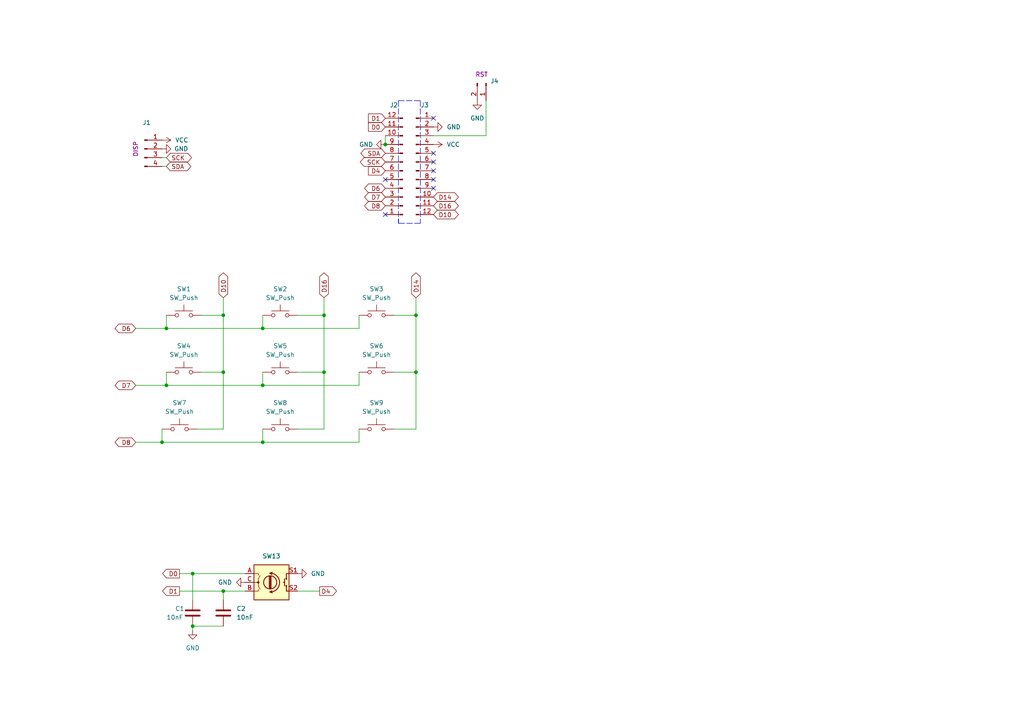
<source format=kicad_sch>
(kicad_sch (version 20211123) (generator eeschema)
  (paper "A4")
  (title_block (title "AssistantKeyboard") (date "2022-03-13") (rev "1.0"))
  (lib_symbols
    (symbol "Connector:Conn_01x02_Male" (pin_names (offset 1.016) hide)
      (property "Reference" "J" (at 0 2.54 0))
      (property "Value" "Conn_01x02_Male" (at 0 -5.08 0))
      (symbol "Conn_01x02_Male_1_1"
        (polyline (pts (xy 1.27 -2.54) (xy 0.8636 -2.54)) (stroke (width 0.1524)))
        (polyline (pts (xy 1.27 0) (xy 0.8636 0)) (stroke (width 0.1524)))
        (rectangle (start 0.8636 -2.413) (end 0 -2.667) (stroke (width 0.1524)) (fill (type outline)))
        (rectangle (start 0.8636 0.127) (end 0 -0.127) (stroke (width 0.1524)) (fill (type outline)))
        (pin passive line (at 5.08 0 180) (length 3.81) (name "Pin_1") (number "1"))
        (pin passive line (at 5.08 -2.54 180) (length 3.81) (name "Pin_2") (number "2"))
      )
    )
    (symbol "Connector:Conn_01x04_Male" (pin_names (offset 1.016) hide)
      (property "Reference" "J" (at 0 5.08 0))
      (property "Value" "Conn_01x04_Male" (at 0 -7.62 0))
      (symbol "Conn_01x04_Male_1_1"
        (polyline (pts (xy 1.27 -5.08) (xy 0.8636 -5.08)) (stroke (width 0.1524)))
        (polyline (pts (xy 1.27 -2.54) (xy 0.8636 -2.54)) (stroke (width 0.1524)))
        (polyline (pts (xy 1.27 0) (xy 0.8636 0)) (stroke (width 0.1524)))
        (polyline (pts (xy 1.27 2.54) (xy 0.8636 2.54)) (stroke (width 0.1524)))
        (rectangle (start 0.8636 -4.953) (end 0 -5.207) (stroke (width 0.1524)) (fill (type outline)))
        (rectangle (start 0.8636 -2.413) (end 0 -2.667) (stroke (width 0.1524)) (fill (type outline)))
        (rectangle (start 0.8636 0.127) (end 0 -0.127) (stroke (width 0.1524)) (fill (type outline)))
        (rectangle (start 0.8636 2.667) (end 0 2.413) (stroke (width 0.1524)) (fill (type outline)))
        (pin passive line (at 5.08 2.54 180) (length 3.81) (name "Pin_1") (number "1"))
        (pin passive line (at 5.08 0 180) (length 3.81) (name "Pin_2") (number "2"))
        (pin passive line (at 5.08 -2.54 180) (length 3.81) (name "Pin_3") (number "3"))
        (pin passive line (at 5.08 -5.08 180) (length 3.81) (name "Pin_4") (number "4"))
      )
    )
    (symbol "Connector:Conn_01x12_Male" (pin_names (offset 1.016) hide)
      (property "Reference" "J" (at 0 15.24 0))
      (property "Value" "Conn_01x12_Male" (at 0 -17.78 0))
      (symbol "Conn_01x12_Male_1_1"
        (polyline (pts (xy 1.27 -15.24) (xy 0.8636 -15.24)) (stroke (width 0.1524)))
        (polyline (pts (xy 1.27 -12.7) (xy 0.8636 -12.7)) (stroke (width 0.1524)))
        (polyline (pts (xy 1.27 -10.16) (xy 0.8636 -10.16)) (stroke (width 0.1524)))
        (polyline (pts (xy 1.27 -7.62) (xy 0.8636 -7.62)) (stroke (width 0.1524)))
        (polyline (pts (xy 1.27 -5.08) (xy 0.8636 -5.08)) (stroke (width 0.1524)))
        (polyline (pts (xy 1.27 -2.54) (xy 0.8636 -2.54)) (stroke (width 0.1524)))
        (polyline (pts (xy 1.27 0) (xy 0.8636 0)) (stroke (width 0.1524)))
        (polyline (pts (xy 1.27 2.54) (xy 0.8636 2.54)) (stroke (width 0.1524)))
        (polyline (pts (xy 1.27 5.08) (xy 0.8636 5.08)) (stroke (width 0.1524)))
        (polyline (pts (xy 1.27 7.62) (xy 0.8636 7.62)) (stroke (width 0.1524)))
        (polyline (pts (xy 1.27 10.16) (xy 0.8636 10.16)) (stroke (width 0.1524)))
        (polyline (pts (xy 1.27 12.7) (xy 0.8636 12.7)) (stroke (width 0.1524)))
        (rectangle (start 0.8636 -15.113) (end 0 -15.367) (stroke (width 0.1524)) (fill (type outline)))
        (rectangle (start 0.8636 -12.573) (end 0 -12.827) (stroke (width 0.1524)) (fill (type outline)))
        (rectangle (start 0.8636 -10.033) (end 0 -10.287) (stroke (width 0.1524)) (fill (type outline)))
        (rectangle (start 0.8636 -7.493) (end 0 -7.747) (stroke (width 0.1524)) (fill (type outline)))
        (rectangle (start 0.8636 -4.953) (end 0 -5.207) (stroke (width 0.1524)) (fill (type outline)))
        (rectangle (start 0.8636 -2.413) (end 0 -2.667) (stroke (width 0.1524)) (fill (type outline)))
        (rectangle (start 0.8636 0.127) (end 0 -0.127) (stroke (width 0.1524)) (fill (type outline)))
        (rectangle (start 0.8636 2.667) (end 0 2.413) (stroke (width 0.1524)) (fill (type outline)))
        (rectangle (start 0.8636 5.207) (end 0 4.953) (stroke (width 0.1524)) (fill (type outline)))
        (rectangle (start 0.8636 7.747) (end 0 7.493) (stroke (width 0.1524)) (fill (type outline)))
        (rectangle (start 0.8636 10.287) (end 0 10.033) (stroke (width 0.1524)) (fill (type outline)))
        (rectangle (start 0.8636 12.827) (end 0 12.573) (stroke (width 0.1524)) (fill (type outline)))
        (pin passive line (at 5.08 12.7 180) (length 3.81) (name "Pin_1") (number "1"))
        (pin passive line (at 5.08 -10.16 180) (length 3.81) (name "Pin_10") (number "10"))
        (pin passive line (at 5.08 -12.7 180) (length 3.81) (name "Pin_11") (number "11"))
        (pin passive line (at 5.08 -15.24 180) (length 3.81) (name "Pin_12") (number "12"))
        (pin passive line (at 5.08 10.16 180) (length 3.81) (name "Pin_2") (number "2"))
        (pin passive line (at 5.08 7.62 180) (length 3.81) (name "Pin_3") (number "3"))
        (pin passive line (at 5.08 5.08 180) (length 3.81) (name "Pin_4") (number "4"))
        (pin passive line (at 5.08 2.54 180) (length 3.81) (name "Pin_5") (number "5"))
        (pin passive line (at 5.08 0 180) (length 3.81) (name "Pin_6") (number "6"))
        (pin passive line (at 5.08 -2.54 180) (length 3.81) (name "Pin_7") (number "7"))
        (pin passive line (at 5.08 -5.08 180) (length 3.81) (name "Pin_8") (number "8"))
        (pin passive line (at 5.08 -7.62 180) (length 3.81) (name "Pin_9") (number "9"))
      )
    )
    (symbol "Device:C" (pin_numbers hide) (pin_names (offset 0.254))
      (property "Reference" "C" (at 0.635 2.54 0))
      (property "Value" "C" (at 0.635 -2.54 0))
      (symbol "C_0_1"
        (polyline (pts (xy -2.032 -0.762) (xy 2.032 -0.762)) (stroke (width 0.508)))
        (polyline (pts (xy -2.032 0.762) (xy 2.032 0.762)) (stroke (width 0.508)))
      )
      (symbol "C_1_1"
        (pin passive line (at 0 3.81 270) (length 2.794) (name "~") (number "1"))
        (pin passive line (at 0 -3.81 90) (length 2.794) (name "~") (number "2"))
      )
    )
    (symbol "Device:RotaryEncoder_Switch" (pin_names (offset 0.254) hide)
      (property "Reference" "SW" (at 0 6.604 0))
      (property "Value" "RotaryEncoder_Switch" (at 0 -6.604 0))
      (symbol "RotaryEncoder_Switch_0_1"
        (rectangle (start -5.08 5.08) (end 5.08 -5.08) (stroke (width 0.254)) (fill (type background)))
        (circle (center -3.81 0) (radius 0.254) (fill (type outline)))
        (arc (start -0.381 -2.794) (mid 2.3622 -0.0635) (end -0.381 2.667) (stroke (width 0.254)))
        (circle (center -0.381 0) (radius 1.905) (stroke (width 0.254)))
        (polyline (pts (xy -0.635 -1.778) (xy -0.635 1.778)) (stroke (width 0.254)))
        (polyline (pts (xy -0.381 -1.778) (xy -0.381 1.778)) (stroke (width 0.254)))
        (polyline (pts (xy -0.127 1.778) (xy -0.127 -1.778)) (stroke (width 0.254)))
        (polyline (pts (xy 3.81 0) (xy 3.429 0)) (stroke (width 0.254)))
        (polyline (pts (xy 3.81 1.016) (xy 3.81 -1.016)) (stroke (width 0.254)))
        (polyline (pts (xy -5.08 -2.54) (xy -3.81 -2.54) (xy -3.81 -2.032)))
        (polyline (pts (xy -5.08 2.54) (xy -3.81 2.54) (xy -3.81 2.032)))
        (polyline (pts (xy 0.254 -3.048) (xy -0.508 -2.794) (xy 0.127 -2.413)) (stroke (width 0.254)))
        (polyline (pts (xy 0.254 2.921) (xy -0.508 2.667) (xy 0.127 2.286)) (stroke (width 0.254)))
        (polyline (pts (xy 5.08 -2.54) (xy 4.318 -2.54) (xy 4.318 -1.016)) (stroke (width 0.254)))
        (polyline (pts (xy 5.08 2.54) (xy 4.318 2.54) (xy 4.318 1.016)) (stroke (width 0.254)))
        (polyline (pts (xy -5.08 0) (xy -3.81 0) (xy -3.81 -1.016) (xy -3.302 -2.032)))
        (polyline (pts (xy -4.318 0) (xy -3.81 0) (xy -3.81 1.016) (xy -3.302 2.032)))
        (circle (center 4.318 -1.016) (radius 0.127) (stroke (width 0.254)))
        (circle (center 4.318 1.016) (radius 0.127) (stroke (width 0.254)))
      )
      (symbol "RotaryEncoder_Switch_1_1"
        (pin passive line (at -7.62 2.54 0) (length 2.54) (name "A") (number "A"))
        (pin passive line (at -7.62 -2.54 0) (length 2.54) (name "B") (number "B"))
        (pin passive line (at -7.62 0 0) (length 2.54) (name "C") (number "C"))
        (pin passive line (at 7.62 2.54 180) (length 2.54) (name "S1") (number "S1"))
        (pin passive line (at 7.62 -2.54 180) (length 2.54) (name "S2") (number "S2"))
      )
    )
    (symbol "Switch:SW_Push" (pin_numbers hide) (pin_names (offset 1.016) hide)
      (property "Reference" "SW" (at 1.27 2.54 0))
      (property "Value" "SW_Push" (at 0 -1.524 0))
      (symbol "SW_Push_0_1"
        (circle (center -2.032 0) (radius 0.508))
        (polyline (pts (xy 0 1.27) (xy 0 3.048)))
        (polyline (pts (xy 2.54 1.27) (xy -2.54 1.27)))
        (circle (center 2.032 0) (radius 0.508))
        (pin passive line (at -5.08 0 0) (length 2.54) (name "1") (number "1"))
        (pin passive line (at 5.08 0 180) (length 2.54) (name "2") (number "2"))
      )
    )
    (symbol "power:GND" (power) (pin_names (offset 0))
      (property "Value" "GND" (at 0 -3.81 0))
      (symbol "GND_0_1"
        (polyline (pts (xy 0 0) (xy 0 -1.27) (xy 1.27 -1.27) (xy 0 -2.54) (xy -1.27 -1.27) (xy 0 -1.27)))
      )
      (symbol "GND_1_1"
        (pin power_in line (at 0 0 270) (length 0) hide (name "GND") (number "1"))
      )
    )
    (symbol "power:VCC" (power) (pin_names (offset 0))
      (property "Value" "VCC" (at 0 3.81 0))
      (symbol "VCC_0_1"
        (polyline (pts (xy -0.762 1.27) (xy 0 2.54)))
        (polyline (pts (xy 0 0) (xy 0 2.54)))
        (polyline (pts (xy 0 2.54) (xy 0.762 1.27)))
      )
      (symbol "VCC_1_1"
        (pin power_in line (at 0 0 90) (length 0) hide (name "VCC") (number "1"))
      )
    )
  )
  (junction (at 76.2 95.25))
  (junction (at 120.65 107.95))
  (junction (at 93.98 107.95))
  (junction (at 55.88 166.37))
  (junction (at 111.76 41.91))
  (junction (at 76.2 128.27))
  (junction (at 64.77 107.95))
  (junction (at 64.77 171.45))
  (junction (at 120.65 91.44))
  (junction (at 46.99 128.27))
  (junction (at 93.98 91.44))
  (junction (at 76.2 111.76))
  (junction (at 64.77 91.44))
  (junction (at 48.26 111.76))
  (junction (at 48.26 95.25))
  (junction (at 55.88 181.61))
  (no_connect (at 111.76 62.23))
  (no_connect (at 125.73 54.61))
  (no_connect (at 125.73 34.29))
  (no_connect (at 111.76 52.07))
  (no_connect (at 125.73 49.53))
  (no_connect (at 125.73 52.07))
  (no_connect (at 125.73 44.45))
  (no_connect (at 125.73 46.99))
  (wire (pts (xy 52.07 171.45) (xy 64.77 171.45)))
  (wire (pts (xy 104.14 95.25) (xy 104.14 91.44)))
  (wire (pts (xy 64.77 91.44) (xy 64.77 107.95)))
  (wire (pts (xy 58.42 91.44) (xy 64.77 91.44)))
  (wire (pts (xy 104.14 111.76) (xy 104.14 107.95)))
  (wire (pts (xy 58.42 107.95) (xy 64.77 107.95)))
  (wire (pts (xy 76.2 95.25) (xy 104.14 95.25)))
  (wire (pts (xy 55.88 181.61) (xy 55.88 182.88)))
  (wire (pts (xy 140.97 39.37) (xy 125.73 39.37)))
  (wire (pts (xy 76.2 128.27) (xy 104.14 128.27)))
  (wire (pts (xy 48.26 111.76) (xy 76.2 111.76)))
  (wire (pts (xy 86.36 171.45) (xy 92.71 171.45)))
  (wire (pts (xy 86.36 91.44) (xy 93.98 91.44)))
  (wire (pts (xy 46.99 128.27) (xy 76.2 128.27)))
  (polyline (pts (xy 115.57 29.21) (xy 121.92 29.21)))
  (wire (pts (xy 52.07 166.37) (xy 55.88 166.37)))
  (wire (pts (xy 48.26 95.25) (xy 76.2 95.25)))
  (polyline (pts (xy 115.57 63.5) (xy 115.57 64.77)))
  (wire (pts (xy 64.77 171.45) (xy 64.77 173.99)))
  (wire (pts (xy 64.77 86.36) (xy 64.77 91.44)))
  (polyline (pts (xy 121.92 29.21) (xy 121.92 64.77)))
  (wire (pts (xy 64.77 107.95) (xy 64.77 124.46)))
  (wire (pts (xy 93.98 91.44) (xy 93.98 107.95)))
  (wire (pts (xy 55.88 181.61) (xy 64.77 181.61)))
  (wire (pts (xy 46.99 124.46) (xy 46.99 128.27)))
  (wire (pts (xy 120.65 107.95) (xy 120.65 124.46)))
  (wire (pts (xy 76.2 111.76) (xy 104.14 111.76)))
  (wire (pts (xy 111.76 39.37) (xy 111.76 41.91)))
  (wire (pts (xy 48.26 45.72) (xy 46.99 45.72)))
  (wire (pts (xy 114.3 107.95) (xy 120.65 107.95)))
  (wire (pts (xy 93.98 124.46) (xy 86.36 124.46)))
  (wire (pts (xy 64.77 171.45) (xy 71.12 171.45)))
  (wire (pts (xy 114.3 91.44) (xy 120.65 91.44)))
  (wire (pts (xy 93.98 86.36) (xy 93.98 91.44)))
  (wire (pts (xy 39.37 128.27) (xy 46.99 128.27)))
  (wire (pts (xy 48.26 48.26) (xy 46.99 48.26)))
  (polyline (pts (xy 121.92 64.77) (xy 115.57 64.77)))
  (wire (pts (xy 86.36 107.95) (xy 93.98 107.95)))
  (wire (pts (xy 120.65 86.36) (xy 120.65 91.44)))
  (wire (pts (xy 55.88 166.37) (xy 55.88 173.99)))
  (wire (pts (xy 76.2 107.95) (xy 76.2 111.76)))
  (wire (pts (xy 39.37 95.25) (xy 48.26 95.25)))
  (wire (pts (xy 140.97 29.21) (xy 140.97 39.37)))
  (wire (pts (xy 104.14 128.27) (xy 104.14 124.46)))
  (wire (pts (xy 48.26 107.95) (xy 48.26 111.76)))
  (wire (pts (xy 39.37 111.76) (xy 48.26 111.76)))
  (wire (pts (xy 120.65 124.46) (xy 114.3 124.46)))
  (wire (pts (xy 76.2 91.44) (xy 76.2 95.25)))
  (polyline (pts (xy 115.57 29.21) (xy 115.57 64.77)))
  (wire (pts (xy 93.98 107.95) (xy 93.98 124.46)))
  (wire (pts (xy 48.26 91.44) (xy 48.26 95.25)))
  (wire (pts (xy 55.88 166.37) (xy 71.12 166.37)))
  (wire (pts (xy 64.77 124.46) (xy 57.15 124.46)))
  (wire (pts (xy 76.2 124.46) (xy 76.2 128.27)))
  (wire (pts (xy 120.65 91.44) (xy 120.65 107.95)))
  (global_label "D8" (shape bidirectional) (at 111.76 59.69 180) (property "Intersheet References" "${INTERSHEET_REFS}" (effects hide)))
  (global_label "SCK" (shape bidirectional) (at 111.76 46.99 180) (property "Intersheet References" "${INTERSHEET_REFS}" (effects hide)))
  (global_label "SDA" (shape bidirectional) (at 48.26 48.26 0) (property "Intersheet References" "${INTERSHEET_REFS}" (effects hide)))
  (global_label "D0" (shape output) (at 52.07 166.37 180) (property "Intersheet References" "${INTERSHEET_REFS}" (effects hide)))
  (global_label "D4" (shape output) (at 92.71 171.45 0) (property "Intersheet References" "${INTERSHEET_REFS}" (effects hide)))
  (global_label "D0" (shape input) (at 111.76 36.83 180) (property "Intersheet References" "${INTERSHEET_REFS}" (effects hide)))
  (global_label "D10" (shape bidirectional) (at 125.73 62.23 0) (property "Intersheet References" "${INTERSHEET_REFS}" (effects hide)))
  (global_label "D16" (shape bidirectional) (at 125.73 59.69 0) (property "Intersheet References" "${INTERSHEET_REFS}" (effects hide)))
  (global_label "D14" (shape bidirectional) (at 125.73 57.15 0) (property "Intersheet References" "${INTERSHEET_REFS}" (effects hide)))
  (global_label "SCK" (shape bidirectional) (at 48.26 45.72 0) (property "Intersheet References" "${INTERSHEET_REFS}" (effects hide)))
  (global_label "D6" (shape bidirectional) (at 39.37 95.25 180) (property "Intersheet References" "${INTERSHEET_REFS}" (effects hide)))
  (global_label "D6" (shape bidirectional) (at 111.76 54.61 180) (property "Intersheet References" "${INTERSHEET_REFS}" (effects hide)))
  (global_label "D7" (shape bidirectional) (at 111.76 57.15 180) (property "Intersheet References" "${INTERSHEET_REFS}" (effects hide)))
  (global_label "D1" (shape output) (at 52.07 171.45 180) (property "Intersheet References" "${INTERSHEET_REFS}" (effects hide)))
  (global_label "D1" (shape input) (at 111.76 34.29 180) (property "Intersheet References" "${INTERSHEET_REFS}" (effects hide)))
  (global_label "D8" (shape bidirectional) (at 39.37 128.27 180) (property "Intersheet References" "${INTERSHEET_REFS}" (effects hide)))
  (global_label "SDA" (shape bidirectional) (at 111.76 44.45 180) (property "Intersheet References" "${INTERSHEET_REFS}" (effects hide)))
  (global_label "D10" (shape bidirectional) (at 64.77 86.36 90) (property "Intersheet References" "${INTERSHEET_REFS}" (effects hide)))
  (global_label "D16" (shape bidirectional) (at 93.98 86.36 90) (property "Intersheet References" "${INTERSHEET_REFS}" (effects hide)))
  (global_label "D7" (shape bidirectional) (at 39.37 111.76 180) (property "Intersheet References" "${INTERSHEET_REFS}" (effects hide)))
  (global_label "D4" (shape input) (at 111.76 49.53 180) (property "Intersheet References" "${INTERSHEET_REFS}" (effects hide)))
  (global_label "D14" (shape bidirectional) (at 120.65 86.36 90) (property "Intersheet References" "${INTERSHEET_REFS}" (effects hide)))
  (symbol (lib_id "Switch:SW_Push") (at 53.34 107.95 0) (unit 1)
    (property "Reference" "SW4" (at 53.34 100.33 0))
    (property "Value" "SW_Push" (at 53.34 102.87 0))
    (property "Footprint" "Button_Switch_Keyboard:SW_Cherry_MX_1.00u_PCB" (effects hide))
  )
  (symbol (lib_id "Switch:SW_Push") (at 81.28 107.95 0) (unit 1)
    (property "Reference" "SW5" (at 81.28 100.33 0))
    (property "Value" "SW_Push" (at 81.28 102.87 0))
    (property "Footprint" "Button_Switch_Keyboard:SW_Cherry_MX_1.00u_PCB" (effects hide))
  )
  (symbol (lib_id "Connector:Conn_01x02_Male") (at 140.97 24.13 270) (unit 1)
    (property "Reference" "J4" (at 142.24 23.4949 90) (effects (justify left)))
    (property "Value" "Conn_01x02_Male" (effects hide))
    (property "Footprint" "Connector_PinHeader_2.54mm:PinHeader_1x02_P2.54mm_Vertical" (effects hide))
    (property "Field4" "RST" (at 139.7 21.59 90))
  )
  (symbol (lib_id "Device:C") (at 64.77 177.8 0) (unit 1)
    (property "Reference" "C2" (at 68.58 176.5299 0) (effects (justify left)))
    (property "Value" "10nF" (at 68.58 179.0699 0) (effects (justify left)))
    (property "Footprint" "Capacitor_SMD:C_0805_2012Metric_Pad1.18x1.45mm_HandSolder" (effects hide))
  )
  (symbol (lib_id "power:VCC") (at 125.73 41.91 270) (unit 1)
    (property "Reference" "#PWR010" (effects hide))
    (property "Value" "VCC" (at 129.54 41.9099 90) (effects (justify left)))
  )
  (symbol (lib_id "power:GND") (at 138.43 29.21 0) (unit 1)
    (property "Reference" "#PWR011" (effects hide))
    (property "Value" "GND" (at 138.43 34.29 0))
  )
  (symbol (lib_id "Device:C") (at 55.88 177.8 0) (unit 1)
    (property "Reference" "C1" (at 50.8 176.53 0) (effects (justify left)))
    (property "Value" "10nF" (at 48.26 179.07 0) (effects (justify left)))
    (property "Footprint" "Capacitor_SMD:C_0805_2012Metric_Pad1.18x1.45mm_HandSolder" (effects hide))
  )
  (symbol (lib_id "power:VCC") (at 46.99 40.64 270) (unit 1)
    (property "Reference" "#PWR01" (effects hide))
    (property "Value" "VCC" (at 50.8 40.6399 90) (effects (justify left)))
  )
  (symbol (lib_id "Connector:Conn_01x12_Male") (at 120.65 46.99 0) (unit 1)
    (property "Reference" "J3" (at 123.19 30.48 0))
    (property "Value" "Conn_01x12_Male" (effects hide))
    (property "Footprint" "Connector_PinHeader_2.54mm:PinHeader_1x12_P2.54mm_Vertical" (effects hide))
  )
  (symbol (lib_id "Connector:Conn_01x04_Male") (at 41.91 43.18 0) (unit 1)
    (property "Reference" "J1" (at 42.545 35.56 0))
    (property "Value" "Conn_01x04_Male" (effects hide))
    (property "Footprint" "Connector_PinHeader_2.54mm:PinHeader_1x04_P2.54mm_Vertical" (effects hide))
    (property "Field4" "DISP" (at 39.37 43.18 90))
  )
  (symbol (lib_id "power:GND") (at 86.36 166.37 90) (unit 1)
    (property "Reference" "#PWR0102" (effects hide))
    (property "Value" "GND" (at 90.17 166.3699 90) (effects (justify right)))
  )
  (symbol (lib_id "power:GND") (at 71.12 168.91 270) (unit 1)
    (property "Reference" "#PWR0101" (effects hide))
    (property "Value" "GND" (at 67.31 168.9099 90) (effects (justify right)))
  )
  (symbol (lib_id "Switch:SW_Push") (at 52.07 124.46 0) (unit 1)
    (property "Reference" "SW7" (at 52.07 116.84 0))
    (property "Value" "SW_Push" (at 52.07 119.38 0))
    (property "Footprint" "Button_Switch_Keyboard:SW_Cherry_MX_1.00u_PCB" (effects hide))
  )
  (symbol (lib_id "power:GND") (at 111.76 41.91 270) (unit 1)
    (property "Reference" "#PWR08" (effects hide))
    (property "Value" "GND" (at 104.14 41.91 90) (effects (justify left)))
  )
  (symbol (lib_id "Switch:SW_Push") (at 109.22 91.44 0) (unit 1)
    (property "Reference" "SW3" (at 109.22 83.82 0))
    (property "Value" "SW_Push" (at 109.22 86.36 0))
    (property "Footprint" "Button_Switch_Keyboard:SW_Cherry_MX_1.00u_PCB" (effects hide))
  )
  (symbol (lib_id "Device:RotaryEncoder_Switch") (at 78.74 168.91 0) (unit 1)
    (property "Reference" "SW13" (at 78.74 161.29 0))
    (property "Value" "RotaryEncoder_Switch" (effects hide))
    (property "Footprint" "Rotary_Encoder:RotaryEncoder_Alps_EC11E-Switch_Vertical_H20mm" (effects hide))
  )
  (symbol (lib_id "Switch:SW_Push") (at 109.22 107.95 0) (unit 1)
    (property "Reference" "SW6" (at 109.22 100.33 0))
    (property "Value" "SW_Push" (at 109.22 102.87 0))
    (property "Footprint" "Button_Switch_Keyboard:SW_Cherry_MX_1.00u_PCB" (effects hide))
  )
  (symbol (lib_id "Switch:SW_Push") (at 81.28 91.44 0) (unit 1)
    (property "Reference" "SW2" (at 81.28 83.82 0))
    (property "Value" "SW_Push" (at 81.28 86.36 0))
    (property "Footprint" "Button_Switch_Keyboard:SW_Cherry_MX_1.00u_PCB" (effects hide))
  )
  (symbol (lib_id "power:GND") (at 46.99 43.18 90) (unit 1)
    (property "Reference" "#PWR02" (effects hide))
    (property "Value" "GND" (at 54.61 43.18 90) (effects (justify left)))
  )
  (symbol (lib_id "Connector:Conn_01x12_Male") (at 116.84 49.53 180) (unit 1)
    (property "Reference" "J2" (at 113.03 30.48 0) (effects (justify right)))
    (property "Value" "Conn_01x12_Male" (effects hide))
    (property "Footprint" "Connector_PinHeader_2.54mm:PinHeader_1x12_P2.54mm_Vertical" (effects hide))
  )
  (symbol (lib_id "Switch:SW_Push") (at 109.22 124.46 0) (unit 1)
    (property "Reference" "SW9" (at 109.22 116.84 0))
    (property "Value" "SW_Push" (at 109.22 119.38 0))
    (property "Footprint" "Button_Switch_Keyboard:SW_Cherry_MX_1.00u_PCB" (effects hide))
  )
  (symbol (lib_id "Switch:SW_Push") (at 81.28 124.46 0) (unit 1)
    (property "Reference" "SW8" (at 81.28 116.84 0))
    (property "Value" "SW_Push" (at 81.28 119.38 0))
    (property "Footprint" "Button_Switch_Keyboard:SW_Cherry_MX_1.00u_PCB" (effects hide))
  )
  (symbol (lib_id "Switch:SW_Push") (at 53.34 91.44 0) (unit 1)
    (property "Reference" "SW1" (at 53.34 83.82 0))
    (property "Value" "SW_Push" (at 53.34 86.36 0))
    (property "Footprint" "Button_Switch_Keyboard:SW_Cherry_MX_1.00u_PCB" (effects hide))
  )
  (symbol (lib_id "power:GND") (at 55.88 182.88 0) (unit 1)
    (property "Reference" "#PWR0103" (effects hide))
    (property "Value" "GND" (at 55.88 187.96 0))
  )
  (symbol (lib_id "power:GND") (at 125.73 36.83 90) (unit 1)
    (property "Reference" "#PWR09" (effects hide))
    (property "Value" "GND" (at 129.54 36.8299 90) (effects (justify right)))
  )
)
</source>
